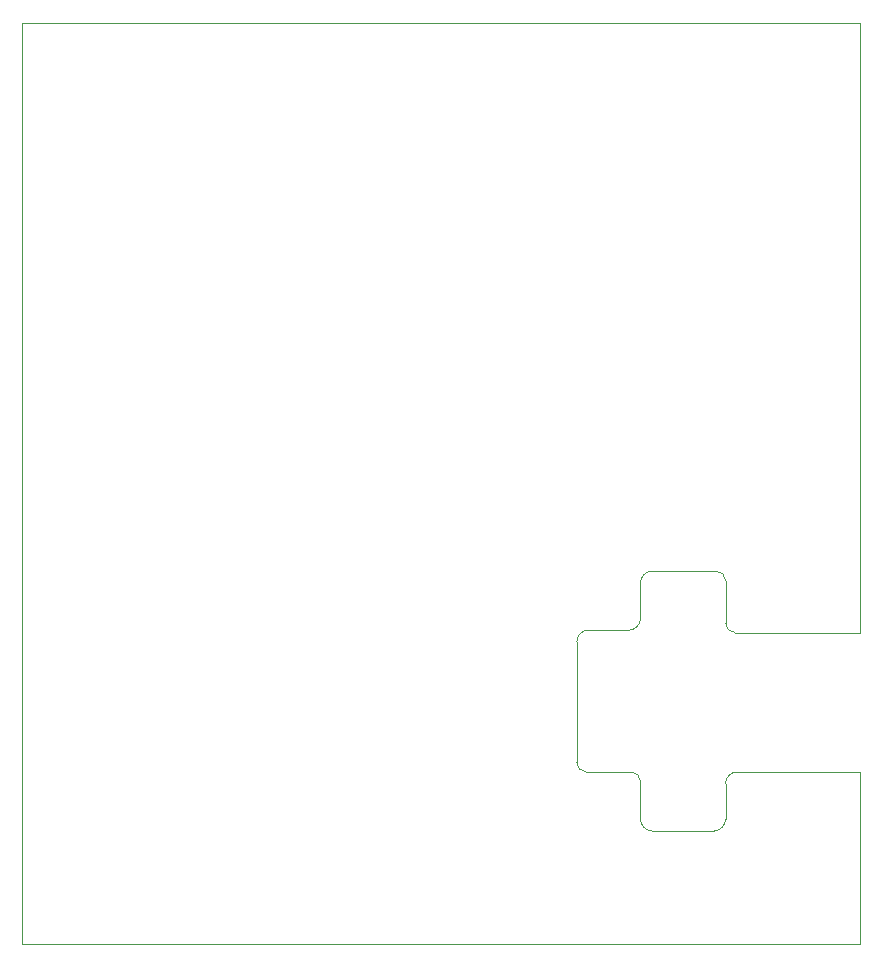
<source format=gbr>
%TF.GenerationSoftware,KiCad,Pcbnew,(5.0.0-rc2-dev-581-g09a6bada0)*%
%TF.CreationDate,2018-07-03T10:36:25-06:00*%
%TF.ProjectId,Sensor_FMC_LPC_Breakout_V02,53656E736F725F464D435F4C50435F42,01*%
%TF.SameCoordinates,Original*%
%TF.FileFunction,Profile,NP*%
%FSLAX46Y46*%
G04 Gerber Fmt 4.6, Leading zero omitted, Abs format (unit mm)*
G04 Created by KiCad (PCBNEW (5.0.0-rc2-dev-581-g09a6bada0)) date 07/03/18 10:36:25*
%MOMM*%
%LPD*%
G01*
G04 APERTURE LIST*
%ADD10C,0.100000*%
G04 APERTURE END LIST*
D10*
X101000000Y-130000000D02*
X101000000Y-115410000D01*
X101000000Y-103600000D02*
X101000000Y-52000000D01*
X89600000Y-99200000D02*
X89600000Y-102800000D01*
X83400000Y-98400000D02*
X88800000Y-98400000D01*
X82400000Y-102400000D02*
X82400000Y-99400000D01*
X78000000Y-103400000D02*
X81400000Y-103400000D01*
X77000000Y-104400000D02*
X77000000Y-114600000D01*
X81600000Y-115400000D02*
X77800000Y-115400000D01*
X82400000Y-119400000D02*
X82400000Y-116200000D01*
X88600000Y-120400000D02*
X83400000Y-120400000D01*
X89600000Y-116400000D02*
X89600000Y-119400000D01*
X90600000Y-115400000D02*
X101000000Y-115400000D01*
X90400000Y-103600000D02*
X101000000Y-103600000D01*
X82400000Y-99400000D02*
G75*
G02X83400000Y-98400000I1000000J0D01*
G01*
X82400000Y-102400000D02*
G75*
G02X81400000Y-103400000I-1000000J0D01*
G01*
X77000000Y-104400000D02*
G75*
G02X78000000Y-103400000I1000000J0D01*
G01*
X77800000Y-115400000D02*
G75*
G02X77000000Y-114600000I0J800000D01*
G01*
X81600000Y-115400000D02*
G75*
G02X82400000Y-116200000I0J-800000D01*
G01*
X83400000Y-120400000D02*
G75*
G02X82400000Y-119400000I0J1000000D01*
G01*
X89600000Y-119400000D02*
G75*
G02X88600000Y-120400000I-1000000J0D01*
G01*
X89600000Y-116400000D02*
G75*
G02X90600000Y-115400000I1000000J0D01*
G01*
X88800000Y-98400000D02*
G75*
G02X89600000Y-99200000I0J-800000D01*
G01*
X90400000Y-103600000D02*
G75*
G02X89600000Y-102800000I0J800000D01*
G01*
X101000000Y-130000000D02*
X100000000Y-130000000D01*
X30000000Y-52000000D02*
X101000000Y-52000000D01*
X30000000Y-130000000D02*
X30000000Y-52000000D01*
X100000000Y-130000000D02*
X30000000Y-130000000D01*
M02*

</source>
